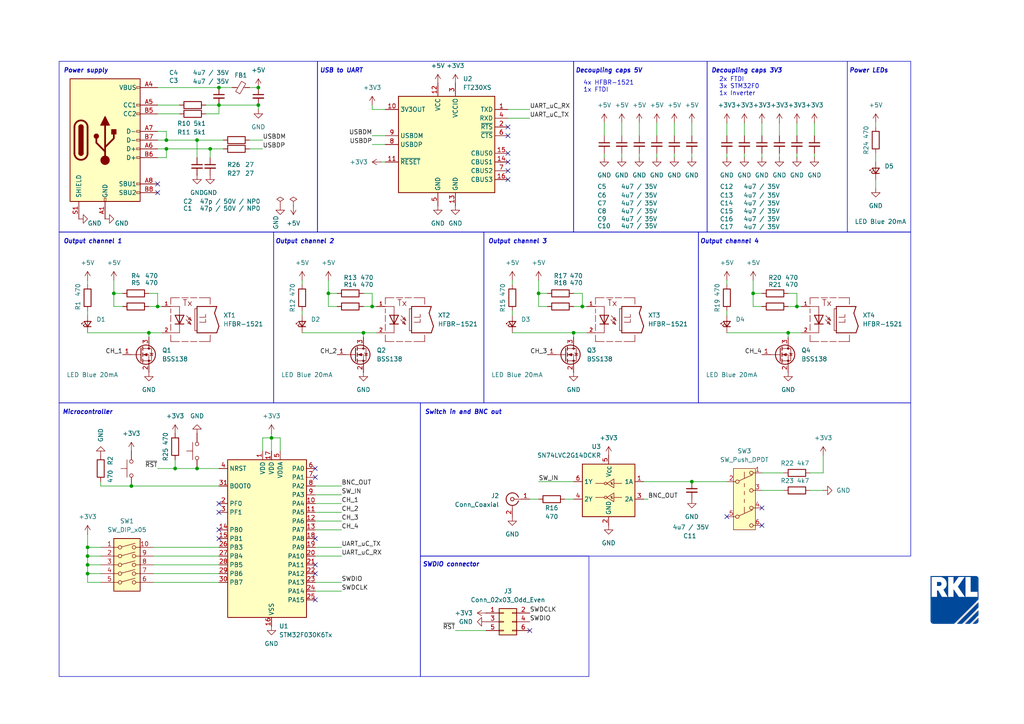
<source format=kicad_sch>
(kicad_sch (version 20231120) (generator "eeschema") (generator_version "8.0")
  (paper "A4")
  (title_block (title "Fiber optic signal doubler and oscilloscope trigger") (date "2024-07-19") (rev "V1.0") (company "Rostocker Kompetenzzentrum für Leistungselektronik GmbH") (comment 1 "Reviewer: Till-Mathis Plötz") (comment 2 "Editor: Jan Fuhrmann"))
  (junction (at 218.44 85.09))
  (junction (at 48.26 40.64))
  (junction (at 25.4 163.83))
  (junction (at 57.15 40.64))
  (junction (at 107.95 88.9))
  (junction (at 74.93 25.4))
  (junction (at 25.4 166.37))
  (junction (at 50.8 135.89))
  (junction (at 43.18 96.52))
  (junction (at 95.25 85.09))
  (junction (at 38.1 140.97))
  (junction (at 25.4 161.29))
  (junction (at 200.66 139.7))
  (junction (at 63.5 30.48))
  (junction (at 166.37 96.52))
  (junction (at 105.41 96.52))
  (junction (at 156.21 85.09))
  (junction (at 33.02 85.09))
  (junction (at 63.5 25.4))
  (junction (at 48.26 43.18))
  (junction (at 228.6 96.52))
  (junction (at 168.91 88.9))
  (junction (at 45.72 88.9))
  (junction (at 60.96 43.18))
  (junction (at 74.93 30.48))
  (junction (at 231.14 88.9))
  (junction (at 57.15 135.89))
  (junction (at 25.4 158.75))
  (junction (at 78.74 127))
  (no_connect (at 63.5 148.59))
  (no_connect (at 153.67 182.88))
  (no_connect (at 91.44 135.89))
  (no_connect (at 210.82 149.86))
  (no_connect (at 45.72 53.34))
  (no_connect (at 147.32 39.37))
  (no_connect (at 63.5 153.67))
  (no_connect (at 91.44 156.21))
  (no_connect (at 45.72 55.88))
  (no_connect (at 91.44 138.43))
  (no_connect (at 147.32 46.99))
  (no_connect (at 91.44 166.37))
  (no_connect (at 220.98 152.4))
  (no_connect (at 147.32 36.83))
  (no_connect (at 91.44 163.83))
  (no_connect (at 147.32 44.45))
  (no_connect (at 147.32 49.53))
  (no_connect (at 63.5 146.05))
  (no_connect (at 220.98 147.32))
  (no_connect (at 63.5 156.21))
  (no_connect (at 147.32 52.07))
  (no_connect (at 91.44 173.99))
  (wire (pts (xy 254 52.07) (xy 254 54.61)))
  (wire (pts (xy 95.25 85.09) (xy 95.25 81.28)))
  (wire (pts (xy 25.4 96.52) (xy 43.18 96.52)))
  (wire (pts (xy 72.39 43.18) (xy 76.2 43.18)))
  (wire (pts (xy 109.22 96.52) (xy 105.41 96.52)))
  (wire (pts (xy 91.44 161.29) (xy 99.06 161.29)))
  (wire (pts (xy 168.91 88.9) (xy 170.18 88.9)))
  (wire (pts (xy 87.63 90.17) (xy 87.63 91.44)))
  (wire (pts (xy 76.2 127) (xy 76.2 130.81)))
  (wire (pts (xy 45.72 45.72) (xy 48.26 45.72)))
  (wire (pts (xy 166.37 96.52) (xy 166.37 97.79)))
  (wire (pts (xy 111.76 31.75) (xy 107.95 31.75)))
  (wire (pts (xy 45.72 135.89) (xy 50.8 135.89)))
  (wire (pts (xy 48.26 45.72) (xy 48.26 43.18)))
  (wire (pts (xy 35.56 88.9) (xy 33.02 88.9)))
  (wire (pts (xy 234.95 137.16) (xy 238.76 137.16)))
  (wire (pts (xy 218.44 85.09) (xy 218.44 81.28)))
  (wire (pts (xy 195.58 35.56) (xy 195.58 39.37)))
  (wire (pts (xy 186.69 144.78) (xy 187.96 144.78)))
  (wire (pts (xy 105.41 88.9) (xy 107.95 88.9)))
  (wire (pts (xy 210.82 96.52) (xy 228.6 96.52)))
  (wire (pts (xy 148.59 90.17) (xy 148.59 91.44)))
  (wire (pts (xy 91.44 148.59) (xy 99.06 148.59)))
  (wire (pts (xy 220.98 88.9) (xy 218.44 88.9)))
  (wire (pts (xy 156.21 85.09) (xy 158.75 85.09)))
  (wire (pts (xy 91.44 171.45) (xy 99.06 171.45)))
  (wire (pts (xy 107.95 85.09) (xy 107.95 88.9)))
  (wire (pts (xy 107.95 31.75) (xy 107.95 30.48)))
  (wire (pts (xy 25.4 161.29) (xy 25.4 163.83)))
  (wire (pts (xy 76.2 40.64) (xy 72.39 40.64)))
  (wire (pts (xy 44.45 158.75) (xy 63.5 158.75)))
  (wire (pts (xy 210.82 35.56) (xy 210.82 39.37)))
  (wire (pts (xy 238.76 142.24) (xy 234.95 142.24)))
  (wire (pts (xy 236.22 35.56) (xy 236.22 39.37)))
  (wire (pts (xy 45.72 43.18) (xy 48.26 43.18)))
  (wire (pts (xy 231.14 35.56) (xy 231.14 39.37)))
  (wire (pts (xy 158.75 88.9) (xy 156.21 88.9)))
  (wire (pts (xy 180.34 44.45) (xy 180.34 45.72)))
  (wire (pts (xy 57.15 135.89) (xy 63.5 135.89)))
  (wire (pts (xy 48.26 40.64) (xy 57.15 40.64)))
  (wire (pts (xy 48.26 43.18) (xy 60.96 43.18)))
  (wire (pts (xy 43.18 96.52) (xy 43.18 97.79)))
  (wire (pts (xy 210.82 90.17) (xy 210.82 91.44)))
  (wire (pts (xy 25.4 158.75) (xy 29.21 158.75)))
  (wire (pts (xy 231.14 88.9) (xy 232.41 88.9)))
  (wire (pts (xy 45.72 85.09) (xy 45.72 88.9)))
  (wire (pts (xy 33.02 85.09) (xy 33.02 88.9)))
  (wire (pts (xy 57.15 40.64) (xy 64.77 40.64)))
  (wire (pts (xy 50.8 133.35) (xy 50.8 135.89)))
  (wire (pts (xy 236.22 44.45) (xy 236.22 45.72)))
  (wire (pts (xy 231.14 44.45) (xy 231.14 45.72)))
  (wire (pts (xy 147.32 31.75) (xy 153.67 31.75)))
  (wire (pts (xy 228.6 88.9) (xy 231.14 88.9)))
  (wire (pts (xy 168.91 85.09) (xy 168.91 88.9)))
  (wire (pts (xy 107.95 39.37) (xy 111.76 39.37)))
  (wire (pts (xy 45.72 25.4) (xy 63.5 25.4)))
  (wire (pts (xy 227.33 142.24) (xy 220.98 142.24)))
  (wire (pts (xy 166.37 88.9) (xy 168.91 88.9)))
  (wire (pts (xy 25.4 166.37) (xy 25.4 168.91)))
  (wire (pts (xy 91.44 168.91) (xy 99.06 168.91)))
  (wire (pts (xy 91.44 158.75) (xy 99.06 158.75)))
  (wire (pts (xy 29.21 168.91) (xy 25.4 168.91)))
  (wire (pts (xy 254 44.45) (xy 254 46.99)))
  (wire (pts (xy 45.72 33.02) (xy 52.07 33.02)))
  (wire (pts (xy 44.45 161.29) (xy 63.5 161.29)))
  (wire (pts (xy 156.21 139.7) (xy 166.37 139.7)))
  (wire (pts (xy 220.98 137.16) (xy 227.33 137.16)))
  (wire (pts (xy 156.21 144.78) (xy 153.67 144.78)))
  (wire (pts (xy 29.21 140.97) (xy 29.21 139.7)))
  (wire (pts (xy 110.49 46.99) (xy 111.76 46.99)))
  (wire (pts (xy 200.66 44.45) (xy 200.66 45.72)))
  (wire (pts (xy 107.95 88.9) (xy 109.22 88.9)))
  (wire (pts (xy 228.6 96.52) (xy 228.6 97.79)))
  (wire (pts (xy 147.32 34.29) (xy 153.67 34.29)))
  (wire (pts (xy 48.26 38.1) (xy 48.26 40.64)))
  (wire (pts (xy 226.06 44.45) (xy 226.06 45.72)))
  (wire (pts (xy 25.4 90.17) (xy 25.4 91.44)))
  (wire (pts (xy 97.79 88.9) (xy 95.25 88.9)))
  (wire (pts (xy 44.45 168.91) (xy 63.5 168.91)))
  (wire (pts (xy 50.8 135.89) (xy 57.15 135.89)))
  (wire (pts (xy 228.6 85.09) (xy 231.14 85.09)))
  (wire (pts (xy 25.4 166.37) (xy 29.21 166.37)))
  (wire (pts (xy 60.96 43.18) (xy 64.77 43.18)))
  (wire (pts (xy 215.9 44.45) (xy 215.9 45.72)))
  (wire (pts (xy 44.45 163.83) (xy 63.5 163.83)))
  (wire (pts (xy 195.58 44.45) (xy 195.58 45.72)))
  (wire (pts (xy 210.82 81.28) (xy 210.82 82.55)))
  (wire (pts (xy 78.74 127) (xy 76.2 127)))
  (wire (pts (xy 105.41 85.09) (xy 107.95 85.09)))
  (wire (pts (xy 166.37 85.09) (xy 168.91 85.09)))
  (wire (pts (xy 78.74 125.73) (xy 78.74 127)))
  (wire (pts (xy 132.08 182.88) (xy 140.97 182.88)))
  (wire (pts (xy 107.95 41.91) (xy 111.76 41.91)))
  (wire (pts (xy 45.72 38.1) (xy 48.26 38.1)))
  (wire (pts (xy 87.63 96.52) (xy 105.41 96.52)))
  (wire (pts (xy 57.15 40.64) (xy 57.15 45.72)))
  (wire (pts (xy 231.14 85.09) (xy 231.14 88.9)))
  (wire (pts (xy 232.41 96.52) (xy 228.6 96.52)))
  (wire (pts (xy 185.42 44.45) (xy 185.42 45.72)))
  (wire (pts (xy 43.18 88.9) (xy 45.72 88.9)))
  (wire (pts (xy 148.59 96.52) (xy 166.37 96.52)))
  (wire (pts (xy 81.28 130.81) (xy 81.28 127)))
  (wire (pts (xy 220.98 35.56) (xy 220.98 39.37)))
  (wire (pts (xy 99.06 146.05) (xy 91.44 146.05)))
  (wire (pts (xy 156.21 81.28) (xy 156.21 85.09)))
  (wire (pts (xy 218.44 85.09) (xy 220.98 85.09)))
  (wire (pts (xy 148.59 81.28) (xy 148.59 82.55)))
  (wire (pts (xy 185.42 35.56) (xy 185.42 39.37)))
  (wire (pts (xy 87.63 81.28) (xy 87.63 82.55)))
  (wire (pts (xy 25.4 81.28) (xy 25.4 82.55)))
  (wire (pts (xy 95.25 85.09) (xy 97.79 85.09)))
  (wire (pts (xy 91.44 153.67) (xy 99.06 153.67)))
  (wire (pts (xy 91.44 151.13) (xy 99.06 151.13)))
  (wire (pts (xy 190.5 44.45) (xy 190.5 45.72)))
  (wire (pts (xy 95.25 88.9) (xy 95.25 85.09)))
  (wire (pts (xy 60.96 43.18) (xy 60.96 45.72)))
  (wire (pts (xy 218.44 88.9) (xy 218.44 85.09)))
  (wire (pts (xy 25.4 161.29) (xy 29.21 161.29)))
  (wire (pts (xy 63.5 33.02) (xy 63.5 30.48)))
  (wire (pts (xy 63.5 30.48) (xy 74.93 30.48)))
  (wire (pts (xy 46.99 96.52) (xy 43.18 96.52)))
  (wire (pts (xy 215.9 35.56) (xy 215.9 39.37)))
  (wire (pts (xy 91.44 143.51) (xy 99.06 143.51)))
  (wire (pts (xy 33.02 85.09) (xy 35.56 85.09)))
  (wire (pts (xy 220.98 44.45) (xy 220.98 45.72)))
  (wire (pts (xy 254 35.56) (xy 254 36.83)))
  (wire (pts (xy 175.26 44.45) (xy 175.26 45.72)))
  (wire (pts (xy 78.74 127) (xy 78.74 130.81)))
  (wire (pts (xy 25.4 163.83) (xy 25.4 166.37)))
  (wire (pts (xy 72.39 25.4) (xy 74.93 25.4)))
  (wire (pts (xy 43.18 85.09) (xy 45.72 85.09)))
  (wire (pts (xy 226.06 35.56) (xy 226.06 39.37)))
  (wire (pts (xy 44.45 166.37) (xy 63.5 166.37)))
  (wire (pts (xy 25.4 163.83) (xy 29.21 163.83)))
  (wire (pts (xy 29.21 140.97) (xy 38.1 140.97)))
  (wire (pts (xy 74.93 30.48) (xy 74.93 31.75)))
  (wire (pts (xy 63.5 25.4) (xy 67.31 25.4)))
  (wire (pts (xy 175.26 35.56) (xy 175.26 39.37)))
  (wire (pts (xy 200.66 139.7) (xy 210.82 139.7)))
  (wire (pts (xy 78.74 127) (xy 81.28 127)))
  (wire (pts (xy 38.1 140.97) (xy 63.5 140.97)))
  (wire (pts (xy 25.4 158.75) (xy 25.4 161.29)))
  (wire (pts (xy 238.76 137.16) (xy 238.76 132.08)))
  (wire (pts (xy 59.69 30.48) (xy 63.5 30.48)))
  (wire (pts (xy 200.66 35.56) (xy 200.66 39.37)))
  (wire (pts (xy 59.69 33.02) (xy 63.5 33.02)))
  (wire (pts (xy 105.41 96.52) (xy 105.41 97.79)))
  (wire (pts (xy 156.21 85.09) (xy 156.21 88.9)))
  (wire (pts (xy 45.72 30.48) (xy 52.07 30.48)))
  (wire (pts (xy 25.4 154.94) (xy 25.4 158.75)))
  (wire (pts (xy 45.72 88.9) (xy 46.99 88.9)))
  (wire (pts (xy 186.69 139.7) (xy 200.66 139.7)))
  (wire (pts (xy 45.72 40.64) (xy 48.26 40.64)))
  (wire (pts (xy 210.82 44.45) (xy 210.82 45.72)))
  (wire (pts (xy 91.44 140.97) (xy 99.06 140.97)))
  (wire (pts (xy 190.5 35.56) (xy 190.5 39.37)))
  (wire (pts (xy 163.83 144.78) (xy 166.37 144.78)))
  (wire (pts (xy 170.18 96.52) (xy 166.37 96.52)))
  (wire (pts (xy 180.34 35.56) (xy 180.34 39.37)))
  (wire (pts (xy 33.02 81.28) (xy 33.02 85.09)))
  (rectangle (start 166.37 17.78) (end 205.105 67.31))
  (rectangle (start 121.92 116.84) (end 264.16 161.29))
  (rectangle (start 79.375 67.31) (end 140.335 116.84))
  (rectangle (start 121.92 161.29) (end 170.815 196.215))
  (rectangle (start 17.145 116.84) (end 121.92 196.215))
  (rectangle (start 92.075 17.78) (end 166.37 67.31))
  (rectangle (start 245.745 17.78) (end 264.16 67.31))
  (rectangle (start 202.565 67.31) (end 264.16 116.84))
  (rectangle (start 17.145 67.31) (end 79.375 116.84))
  (rectangle (start 140.335 67.31) (end 202.565 116.84))
  (rectangle (start 205.105 17.78) (end 245.745 67.31))
  (rectangle (start 17.145 17.78) (end 92.075 67.31))
  (image (at 276.86 173.99) (scale 0.140351))
  (text "Power supply" (at 24.892 20.574 0) (effects (font (size 1.27 1.27) (thickness 0.254) (bold yes) (italic yes))))
  (text "4x HFBR-1521\n1x FTDI" (at 169.164 25.146 0) (effects (font (size 1.27 1.27)) (justify left)))
  (text "Output channel 4" (at 211.582 70.104 0) (effects (font (size 1.27 1.27) (thickness 0.254) (bold yes) (italic yes))))
  (text "Output channel 1" (at 26.924 70.104 0) (effects (font (size 1.27 1.27) (thickness 0.254) (bold yes) (italic yes))))
  (text "Switch in and BNC out" (at 134.366 119.634 0) (effects (font (size 1.27 1.27) (thickness 0.254) (bold yes) (italic yes))))
  (text "Output channel 3" (at 150.114 70.104 0) (effects (font (size 1.27 1.27) (thickness 0.254) (bold yes) (italic yes))))
  (text "Decoupling caps 3V3" (at 206.248 20.574 0) (effects (font (size 1.27 1.27) (thickness 0.254) (bold yes) (italic yes)) (justify left)))
  (text "SWDIO connector" (at 130.81 163.83 0) (effects (font (size 1.27 1.27) (thickness 0.254) (bold yes) (italic yes))))
  (text "Output channel 2" (at 88.392 70.104 0) (effects (font (size 1.27 1.27) (thickness 0.254) (bold yes) (italic yes))))
  (text "USB to UART" (at 92.71 20.574 0) (effects (font (size 1.27 1.27) (thickness 0.254) (bold yes) (italic yes)) (justify left)))
  (text "Microcontroller" (at 25.4 119.634 0) (effects (font (size 1.27 1.27) (thickness 0.254) (bold yes) (italic yes))))
  (text "Power LEDs" (at 251.968 20.574 0) (effects (font (size 1.27 1.27) (thickness 0.254) (bold yes) (italic yes))))
  (text "2x FTDI\n3x STM32F0\n1x Inverter" (at 208.534 25.146 0) (effects (font (size 1.27 1.27)) (justify left)))
  (text "Decoupling caps 5V" (at 166.878 20.574 0) (effects (font (size 1.27 1.27) (thickness 0.254) (bold yes) (italic yes)) (justify left)))
  (label "CH_1" (at 35.56 102.87 180))
  (label "SW_IN" (at 156.21 139.7 0))
  (label "CH_3" (at 99.06 151.13 0))
  (label "SWDIO" (at 153.67 180.34 0))
  (label "~{RST}" (at 132.08 182.88 180))
  (label "USBDM" (at 76.2 40.64 0))
  (label "SW_IN" (at 99.06 143.51 0))
  (label "SWDIO" (at 99.06 168.91 0))
  (label "CH_3" (at 158.75 102.87 180))
  (label "CH_2" (at 99.06 148.59 0))
  (label "SWDCLK" (at 153.67 177.8 0))
  (label "USBDP" (at 76.2 43.18 0))
  (label "SWDCLK" (at 99.06 171.45 0))
  (label "BNC_OUT" (at 187.96 144.78 0))
  (label "CH_4" (at 99.06 153.67 0))
  (label "USBDP" (at 107.95 41.91 180))
  (label "CH_1" (at 99.06 146.05 0))
  (label "UART_uC_RX" (at 99.06 161.29 0))
  (label "UART_uC_TX" (at 99.06 158.75 0))
  (label "CH_4" (at 220.98 102.87 180))
  (label "USBDM" (at 107.95 39.37 180))
  (label "~{RST}" (at 45.72 135.89 180))
  (label "UART_uC_RX" (at 153.67 31.75 0))
  (label "CH_2" (at 97.79 102.87 180))
  (label "UART_uC_TX" (at 153.67 34.29 0))
  (label "BNC_OUT" (at 99.06 140.97 0))
  (symbol (lib_id "power:GND") (at 175.26 45.72 0) (unit 1)
    (property "Reference" "#PWR030" (effects (hide yes)))
    (property "Value" "GND" (at 175.26 50.8 0))
    (property "Description" "Power symbol creates a global label with name \"GND\" , ground" (effects (hide yes)))
  )
  (symbol (lib_id "power:GND") (at 180.34 45.72 0) (unit 1)
    (property "Reference" "#PWR034" (effects (hide yes)))
    (property "Value" "GND" (at 180.34 50.8 0))
    (property "Description" "Power symbol creates a global label with name \"GND\" , ground" (effects (hide yes)))
  )
  (symbol (lib_id "power:GND") (at 29.21 132.08 180) (unit 1)
    (property "Reference" "#PWR03" (effects (hide yes)))
    (property "Value" "GND" (at 29.2101 128.27 90) (effects (justify right)))
    (property "Description" "Power symbol creates a global label with name \"GND\" , ground" (effects (hide yes)))
  )
  (symbol (lib_id "power:+5V") (at 254 35.56 0) (unit 1)
    (property "Reference" "#PWR059" (effects (hide yes)))
    (property "Value" "+5V" (at 254 30.48 0))
    (property "Description" "Power symbol creates a global label with name \"+5V\"" (effects (hide yes)))
  )
  (symbol (lib_id "power:+3V3") (at 176.53 132.08 0) (unit 1)
    (property "Reference" "#PWR031" (effects (hide yes)))
    (property "Value" "+3V3" (at 176.53 127 0))
    (property "Description" "Power symbol creates a global label with name \"+3V3\"" (effects (hide yes)))
  )
  (symbol (lib_id "Device:C_Small") (at 200.66 142.24 0) (unit 1)
    (property "Reference" "C11" (at 198.12 155.448 0) (effects (justify left)))
    (property "Value" "4u7 / 35V" (at 195.072 152.908 0) (effects (justify left)))
    (property "Footprint" "Capacitor_SMD:C_0603_1608Metric" (effects (hide yes)))
    (property "Description" "Unpolarized capacitor, small symbol" (effects (hide yes)))
    (property "LCSC" "C307467" (effects (hide yes)))
  )
  (symbol (lib_id "power:GND") (at 238.76 142.24 90) (unit 1)
    (property "Reference" "#PWR058" (effects (hide yes)))
    (property "Value" "GND" (at 242.57 142.2399 90) (effects (justify right)))
    (property "Description" "Power symbol creates a global label with name \"GND\" , ground" (effects (hide yes)))
  )
  (symbol (lib_id "power:GND") (at 185.42 45.72 0) (unit 1)
    (property "Reference" "#PWR036" (effects (hide yes)))
    (property "Value" "GND" (at 185.42 50.8 0))
    (property "Description" "Power symbol creates a global label with name \"GND\" , ground" (effects (hide yes)))
  )
  (symbol (lib_id "Device:R") (at 68.58 40.64 90) (unit 1)
    (property "Reference" "R26" (at 67.818 47.752 90))
    (property "Value" "27" (at 72.39 47.752 90))
    (property "Footprint" "Resistor_SMD:R_0603_1608Metric" (effects (hide yes)))
    (property "Description" "Resistor" (effects (hide yes)))
    (property "LCSC" "C25190" (effects (hide yes)))
  )
  (symbol (lib_id "power:GND") (at 236.22 45.72 0) (unit 1)
    (property "Reference" "#PWR062" (effects (hide yes)))
    (property "Value" "GND" (at 236.22 50.8 0))
    (property "Description" "Power symbol creates a global label with name \"GND\" , ground" (effects (hide yes)))
  )
  (symbol (lib_id "power:GND") (at 57.15 50.8 0) (unit 1)
    (property "Reference" "#PWR011" (effects (hide yes)))
    (property "Value" "GND" (at 57.15 55.88 0))
    (property "Description" "Power symbol creates a global label with name \"GND\" , ground" (effects (hide yes)))
  )
  (symbol (lib_id "power:GND") (at 132.08 59.69 0) (unit 1)
    (property "Reference" "#PWR024" (effects (hide yes)))
    (property "Value" "GND" (at 132.08 64.77 0))
    (property "Description" "Power symbol creates a global label with name \"GND\" , ground" (effects (hide yes)))
  )
  (symbol (lib_id "Device:R") (at 39.37 85.09 90) (unit 1)
    (property "Reference" "R4" (at 39.37 80.01 90))
    (property "Value" "470" (at 43.942 80.01 90))
    (property "Footprint" "Resistor_SMD:R_0603_1608Metric" (effects (hide yes)))
    (property "Description" "Resistor" (effects (hide yes)))
    (property "LCSC" "C384220" (effects (hide yes)))
  )
  (symbol (lib_id "Device:C_Small") (at 63.5 27.94 0) (unit 1)
    (property "Reference" "C3" (at 49.022 23.368 0) (effects (justify left)))
    (property "Value" "4u7 / 35V" (at 55.88 23.622 0) (effects (justify left)))
    (property "Footprint" "Capacitor_SMD:C_0603_1608Metric" (effects (hide yes)))
    (property "Description" "Unpolarized capacitor, small symbol" (effects (hide yes)))
    (property "LCSC" "C307467" (effects (hide yes)))
  )
  (symbol (lib_id "power:GND") (at 22.86 63.5 90) (unit 1)
    (property "Reference" "#PWR04" (effects (hide yes)))
    (property "Value" "GND" (at 25.4 64.77 90) (effects (justify right)))
    (property "Description" "Power symbol creates a global label with name \"GND\" , ground" (effects (hide yes)))
  )
  (symbol (lib_id "power:PWR_FLAG") (at 85.09 59.69 0) (unit 1)
    (property "Reference" "#FLG02" (effects (hide yes)))
    (property "Value" "PWR_FLAG" (effects (hide yes)))
    (property "Description" "Special symbol for telling ERC where power comes from" (effects (hide yes)))
  )
  (symbol (lib_id "Device:R") (at 55.88 33.02 90) (unit 1)
    (property "Reference" "R11" (at 53.34 38.354 90))
    (property "Value" "5k1" (at 57.912 38.354 90))
    (property "Footprint" "Resistor_SMD:R_0603_1608Metric" (effects (hide yes)))
    (property "Description" "Resistor" (effects (hide yes)))
    (property "LCSC" "C23186" (effects (hide yes)))
  )
  (symbol (lib_id "power:GND") (at 190.5 45.72 0) (unit 1)
    (property "Reference" "#PWR038" (effects (hide yes)))
    (property "Value" "GND" (at 190.5 50.8 0))
    (property "Description" "Power symbol creates a global label with name \"GND\" , ground" (effects (hide yes)))
  )
  (symbol (lib_id "Device:R") (at 160.02 144.78 270) (mirror x) (unit 1)
    (property "Reference" "R16" (at 160.02 147.32 90))
    (property "Value" "470" (at 160.02 149.86 90))
    (property "Footprint" "Resistor_SMD:R_0603_1608Metric" (effects (hide yes)))
    (property "Description" "Resistor" (effects (hide yes)))
    (property "LCSC" "C384220" (effects (hide yes)))
  )
  (symbol (lib_id "Device:R") (at 162.56 85.09 90) (unit 1)
    (property "Reference" "R17" (at 162.56 80.01 90))
    (property "Value" "470" (at 167.132 80.01 90))
    (property "Footprint" "Resistor_SMD:R_0603_1608Metric" (effects (hide yes)))
    (property "Description" "Resistor" (effects (hide yes)))
    (property "LCSC" "C384220" (effects (hide yes)))
  )
  (symbol (lib_id "power:GND") (at 254 54.61 0) (unit 1)
    (property "Reference" "#PWR060" (effects (hide yes)))
    (property "Value" "GND" (at 254 59.69 0))
    (property "Description" "Power symbol creates a global label with name \"GND\" , ground" (effects (hide yes)))
  )
  (symbol (lib_id "Device:R") (at 101.6 85.09 90) (unit 1)
    (property "Reference" "R13" (at 101.6 80.518 90))
    (property "Value" "470" (at 106.426 80.518 90))
    (property "Footprint" "Resistor_SMD:R_0603_1608Metric" (effects (hide yes)))
    (property "Description" "Resistor" (effects (hide yes)))
    (property "LCSC" "C384220" (effects (hide yes)))
  )
  (symbol (lib_id "power:+3V3") (at 78.74 125.73 0) (unit 1)
    (property "Reference" "#PWR013" (effects (hide yes)))
    (property "Value" "+3V3" (at 78.74 120.65 0))
    (property "Description" "Power symbol creates a global label with name \"+3V3\"" (effects (hide yes)))
  )
  (symbol (lib_id "power:+3V3") (at 50.8 125.73 0) (unit 1)
    (property "Reference" "#PWR065" (effects (hide yes)))
    (property "Value" "+3V3" (at 50.8 120.65 0))
    (property "Description" "Power symbol creates a global label with name \"+3V3\"" (effects (hide yes)))
  )
  (symbol (lib_id "power:GND") (at 220.98 45.72 0) (unit 1)
    (property "Reference" "#PWR051" (effects (hide yes)))
    (property "Value" "GND" (at 220.98 50.8 0))
    (property "Description" "Power symbol creates a global label with name \"GND\" , ground" (effects (hide yes)))
  )
  (symbol (lib_id "HFBR1521:HFBR-1521") (at 114.3 93.98 0) (mirror y) (unit 1)
    (property "Reference" "XT2" (at 127 91.4399 0) (effects (justify right)))
    (property "Value" "HFBR-1521" (at 127 93.9799 0) (effects (justify right)))
    (property "Footprint" "JaFu_Lib:HFBR-252x" (effects (hide yes)))
    (property "MF" "Broadcom / Avago" (effects (hide yes)))
    (property "Description_1" "\nHFBR-1521Z, HFBR-2521Z Fiber Optics Interface Evaluation Board\n" (effects (hide yes)))
    (property "Package" "None" (effects (hide yes)))
    (property "MPN" "HFBR-1521" (effects (hide yes)))
    (property "Price" "None" (effects (hide yes)))
    (property "OC_FARNELL" "1173128" (effects (hide yes)))
    (property "SnapEDA_Link" "https://www.snapeda.com/parts/HFBR-1521/Avago/view-part/?ref=snap" (effects (hide yes)))
    (property "MP" "HFBR-1521" (effects (hide yes)))
    (property "OC_NEWARK" "06F6050" (effects (hide yes)))
    (property "Availability" "In Stock" (effects (hide yes)))
    (property "Check_prices" "https://www.snapeda.com/parts/HFBR-1521/Avago/view-part/?ref=eda" (effects (hide yes)))
    (property "LCSC" "C188712" (effects (hide yes)))
  )
  (symbol (lib_id "Device:C_Small") (at 57.15 48.26 0) (unit 1)
    (property "Reference" "C1" (at 53.086 60.452 0) (effects (justify left)))
    (property "Value" "47p / 50V / NP0" (at 57.912 60.452 0) (effects (justify left)))
    (property "Footprint" "Capacitor_SMD:C_0603_1608Metric" (effects (hide yes)))
    (property "Description" "Unpolarized capacitor, small symbol" (effects (hide yes)))
    (property "LCSC" "C105622" (effects (hide yes)))
  )
  (symbol (lib_id "Transistor_FET:BSS138") (at 40.64 102.87 0) (unit 1)
    (property "Reference" "Q1" (at 46.99 101.5999 0) (effects (justify left)))
    (property "Value" "BSS138" (at 46.99 104.1399 0) (effects (justify left)))
    (property "Footprint" "Package_TO_SOT_SMD:SOT-23" (effects (hide yes)))
    (property "Datasheet" "https://www.onsemi.com/pub/Collateral/BSS138-D.PDF" (effects (hide yes)))
    (property "Description" "50V Vds, 0.22A Id, N-Channel MOSFET, SOT-23" (effects (hide yes)))
    (property "LCSC" "C7420339" (effects (hide yes)))
  )
  (symbol (lib_id "power:GND") (at 215.9 45.72 0) (unit 1)
    (property "Reference" "#PWR049" (effects (hide yes)))
    (property "Value" "GND" (at 215.9 50.8 0))
    (property "Description" "Power symbol creates a global label with name \"GND\" , ground" (effects (hide yes)))
  )
  (symbol (lib_id "Interface_USB:FT230XS") (at 129.54 41.91 0) (unit 1)
    (property "Reference" "U2" (at 134.2741 22.86 0) (effects (justify left)))
    (property "Value" "FT230XS" (at 134.2741 25.4 0) (effects (justify left)))
    (property "Footprint" "Package_SO:SSOP-16_3.9x4.9mm_P0.635mm" (effects (hide yes)))
    (property "Datasheet" "https://www.ftdichip.com/Support/Documents/DataSheets/ICs/DS_FT230X.pdf" (effects (hide yes)))
    (property "Description" "Full Speed USB to Basic UART, SSOP-16" (effects (hide yes)))
    (property "LCSC" "C69082" (effects (hide yes)))
  )
  (symbol (lib_id "power:+3V3") (at 226.06 35.56 0) (unit 1)
    (property "Reference" "#PWR053" (effects (hide yes)))
    (property "Value" "+3V3" (at 226.06 30.48 0))
    (property "Description" "Power symbol creates a global label with name \"+3V3\"" (effects (hide yes)))
  )
  (symbol (lib_id "power:+5V") (at 87.63 81.28 0) (unit 1)
    (property "Reference" "#PWR016" (effects (hide yes)))
    (property "Value" "+5V" (at 87.63 76.2 0))
    (property "Description" "Power symbol creates a global label with name \"+5V\"" (effects (hide yes)))
  )
  (symbol (lib_id "power:GND") (at 105.41 107.95 0) (unit 1)
    (property "Reference" "#PWR020" (effects (hide yes)))
    (property "Value" "GND" (at 105.41 113.03 0))
    (property "Description" "Power symbol creates a global label with name \"GND\" , ground" (effects (hide yes)))
  )
  (symbol (lib_id "power:+5V") (at 156.21 81.28 0) (unit 1)
    (property "Reference" "#PWR027" (effects (hide yes)))
    (property "Value" "+5V" (at 156.21 76.2 0))
    (property "Description" "Power symbol creates a global label with name \"+5V\"" (effects (hide yes)))
  )
  (symbol (lib_id "power:+3V3") (at 38.1 130.81 0) (unit 1)
    (property "Reference" "#PWR06" (effects (hide yes)))
    (property "Value" "+3V3" (at 38.1 125.73 0))
    (property "Description" "Power symbol creates a global label with name \"+3V3\"" (effects (hide yes)))
  )
  (symbol (lib_id "power:+3V3") (at 215.9 35.56 0) (unit 1)
    (property "Reference" "#PWR048" (effects (hide yes)))
    (property "Value" "+3V3" (at 215.9 30.48 0))
    (property "Description" "Power symbol creates a global label with name \"+3V3\"" (effects (hide yes)))
  )
  (symbol (lib_id "Device:R") (at 224.79 85.09 90) (unit 1)
    (property "Reference" "R20" (at 224.79 80.518 90))
    (property "Value" "470" (at 229.616 80.518 90))
    (property "Footprint" "Resistor_SMD:R_0603_1608Metric" (effects (hide yes)))
    (property "Description" "Resistor" (effects (hide yes)))
    (property "LCSC" "C384220" (effects (hide yes)))
  )
  (symbol (lib_id "Device:R") (at 50.8 129.54 180) (unit 1)
    (property "Reference" "R25" (at 48.006 131.826 90))
    (property "Value" "470" (at 48.006 127.254 90))
    (property "Footprint" "Resistor_SMD:R_0603_1608Metric" (effects (hide yes)))
    (property "Description" "Resistor" (effects (hide yes)))
    (property "LCSC" "C384220" (effects (hide yes)))
  )
  (symbol (lib_id "Device:C_Small") (at 200.66 41.91 0) (unit 1)
    (property "Reference" "C10" (at 173.228 65.532 0) (effects (justify left)))
    (property "Value" "4u7 / 35V" (at 180.086 65.532 0) (effects (justify left)))
    (property "Footprint" "Capacitor_SMD:C_0603_1608Metric" (effects (hide yes)))
    (property "Description" "Unpolarized capacitor, small symbol" (effects (hide yes)))
    (property "LCSC" "C307467" (effects (hide yes)))
  )
  (symbol (lib_id "power:GND") (at 200.66 144.78 0) (unit 1)
    (property "Reference" "#PWR043" (effects (hide yes)))
    (property "Value" "GND" (at 200.66 149.86 0))
    (property "Description" "Power symbol creates a global label with name \"GND\" , ground" (effects (hide yes)))
  )
  (symbol (lib_id "power:+5V") (at 185.42 35.56 0) (unit 1)
    (property "Reference" "#PWR035" (effects (hide yes)))
    (property "Value" "+5V" (at 185.42 30.48 0))
    (property "Description" "Power symbol creates a global label with name \"+5V\"" (effects (hide yes)))
  )
  (symbol (lib_id "Switch:SW_Push") (at 38.1 135.89 90) (unit 1)
    (property "Reference" "SW2" (effects (hide yes)))
    (property "Value" "SW_Push" (effects (hide yes)))
    (property "Footprint" "Button_Switch_SMD:SW_Push_1P1T_NO_CK_KMR2" (effects (hide yes)))
    (property "Description" "Push button switch, generic, two pins" (effects (hide yes)))
    (property "LCSC" "C221680" (effects (hide yes)))
  )
  (symbol (lib_id "Device:LED_Small") (at 210.82 93.98 90) (unit 1)
    (property "Reference" "D4" (at 213.36 92.6464 90) (effects (justify right)))
    (property "Value" "LED Blue 20mA" (at 204.724 108.712 90) (effects (justify right)))
    (property "Footprint" "LED_SMD:LED_0603_1608Metric" (effects (hide yes)))
    (property "Description" "Light emitting diode, small symbol" (effects (hide yes)))
    (property "LCSC" "C965807 " (effects (hide yes)))
  )
  (symbol (lib_id "power:GND") (at 74.93 31.75 0) (unit 1)
    (property "Reference" "#PWR010" (effects (hide yes)))
    (property "Value" "GND" (at 74.93 36.83 0))
    (property "Description" "Power symbol creates a global label with name \"GND\" , ground" (effects (hide yes)))
  )
  (symbol (lib_id "power:+3V3") (at 132.08 24.13 0) (unit 1)
    (property "Reference" "#PWR023" (effects (hide yes)))
    (property "Value" "+3V3" (at 132.08 19.05 0))
    (property "Description" "Power symbol creates a global label with name \"+3V3\"" (effects (hide yes)))
  )
  (symbol (lib_id "power:GND") (at 57.15 125.73 180) (unit 1)
    (property "Reference" "#PWR066" (effects (hide yes)))
    (property "Value" "GND" (at 57.15 120.65 0))
    (property "Description" "Power symbol creates a global label with name \"GND\" , ground" (effects (hide yes)))
  )
  (symbol (lib_id "Transistor_FET:BSS138") (at 102.87 102.87 0) (unit 1)
    (property "Reference" "Q2" (at 109.22 101.5999 0) (effects (justify left)))
    (property "Value" "BSS138" (at 109.22 104.1399 0) (effects (justify left)))
    (property "Footprint" "Package_TO_SOT_SMD:SOT-23" (effects (hide yes)))
    (property "Datasheet" "https://www.onsemi.com/pub/Collateral/BSS138-D.PDF" (effects (hide yes)))
    (property "Description" "50V Vds, 0.22A Id, N-Channel MOSFET, SOT-23" (effects (hide yes)))
    (property "LCSC" "C7420339" (effects (hide yes)))
  )
  (symbol (lib_id "power:GND") (at 166.37 107.95 0) (unit 1)
    (property "Reference" "#PWR028" (effects (hide yes)))
    (property "Value" "GND" (at 166.37 113.03 0))
    (property "Description" "Power symbol creates a global label with name \"GND\" , ground" (effects (hide yes)))
  )
  (symbol (lib_id "power:+5V") (at 210.82 81.28 0) (unit 1)
    (property "Reference" "#PWR044" (effects (hide yes)))
    (property "Value" "+5V" (at 210.82 76.2 0))
    (property "Description" "Power symbol creates a global label with name \"+5V\"" (effects (hide yes)))
  )
  (symbol (lib_id "MCU_ST_STM32F0:STM32F030K6Tx") (at 76.2 156.21 0) (unit 1)
    (property "Reference" "U1" (at 80.9341 181.61 0) (effects (justify left)))
    (property "Value" "STM32F030K6Tx" (at 80.9341 184.15 0) (effects (justify left)))
    (property "Footprint" "Package_QFP:LQFP-32_7x7mm_P0.8mm" (effects (hide yes)))
    (property "Datasheet" "https://www.st.com/resource/en/datasheet/stm32f030k6.pdf" (effects (hide yes)))
    (property "Description" "STMicroelectronics Arm Cortex-M0 MCU, 32KB flash, 4KB RAM, 48 MHz, 2.4-3.6V, 25 GPIO, LQFP32" (effects (hide yes)))
    (property "LCSC" "C46830" (effects (hide yes)))
  )
  (symbol (lib_id "power:GND") (at 228.6 107.95 0) (unit 1)
    (property "Reference" "#PWR052" (effects (hide yes)))
    (property "Value" "GND" (at 228.6 113.03 0))
    (property "Description" "Power symbol creates a global label with name \"GND\" , ground" (effects (hide yes)))
  )
  (symbol (lib_id "power:+5V") (at 74.93 25.4 0) (unit 1)
    (property "Reference" "#PWR015" (effects (hide yes)))
    (property "Value" "+5V" (at 74.93 20.32 0))
    (property "Description" "Power symbol creates a global label with name \"+5V\"" (effects (hide yes)))
  )
  (symbol (lib_id "power:+5V") (at 180.34 35.56 0) (unit 1)
    (property "Reference" "#PWR033" (effects (hide yes)))
    (property "Value" "+5V" (at 180.34 30.48 0))
    (property "Description" "Power symbol creates a global label with name \"+5V\"" (effects (hide yes)))
  )
  (symbol (lib_id "Device:LED_Small") (at 148.59 93.98 90) (unit 1)
    (property "Reference" "D3" (at 151.13 92.6464 90) (effects (justify right)))
    (property "Value" "LED Blue 20mA" (at 142.494 108.712 90) (effects (justify right)))
    (property "Footprint" "LED_SMD:LED_0603_1608Metric" (effects (hide yes)))
    (property "Description" "Light emitting diode, small symbol" (effects (hide yes)))
    (property "LCSC" "C965807 " (effects (hide yes)))
  )
  (symbol (lib_id "power:+5V") (at 218.44 81.28 0) (unit 1)
    (property "Reference" "#PWR047" (effects (hide yes)))
    (property "Value" "+5V" (at 218.44 76.2 0))
    (property "Description" "Power symbol creates a global label with name \"+5V\"" (effects (hide yes)))
  )
  (symbol (lib_id "HFBR1521:HFBR-1521") (at 237.49 93.98 0) (mirror y) (unit 1)
    (property "Reference" "XT4" (at 250.19 91.4399 0) (effects (justify right)))
    (property "Value" "HFBR-1521" (at 250.19 93.9799 0) (effects (justify right)))
    (property "Footprint" "JaFu_Lib:HFBR-252x" (effects (hide yes)))
    (property "MF" "Broadcom / Avago" (effects (hide yes)))
    (property "Description_1" "\nHFBR-1521Z, HFBR-2521Z Fiber Optics Interface Evaluation Board\n" (effects (hide yes)))
    (property "Package" "None" (effects (hide yes)))
    (property "MPN" "HFBR-1521" (effects (hide yes)))
    (property "Price" "None" (effects (hide yes)))
    (property "OC_FARNELL" "1173128" (effects (hide yes)))
    (property "SnapEDA_Link" "https://www.snapeda.com/parts/HFBR-1521/Avago/view-part/?ref=snap" (effects (hide yes)))
    (property "MP" "HFBR-1521" (effects (hide yes)))
    (property "OC_NEWARK" "06F6050" (effects (hide yes)))
    (property "Availability" "In Stock" (effects (hide yes)))
    (property "Check_prices" "https://www.snapeda.com/parts/HFBR-1521/Avago/view-part/?ref=eda" (effects (hide yes)))
    (property "LCSC" "C188712" (effects (hide yes)))
  )
  (symbol (lib_id "Device:C_Small") (at 175.26 41.91 0) (unit 1)
    (property "Reference" "C5" (at 173.228 54.102 0) (effects (justify left)))
    (property "Value" "4u7 / 35V" (at 180.086 54.102 0) (effects (justify left)))
    (property "Footprint" "Capacitor_SMD:C_0603_1608Metric" (effects (hide yes)))
    (property "Description" "Unpolarized capacitor, small symbol" (effects (hide yes)))
    (property "LCSC" "C307467" (effects (hide yes)))
  )
  (symbol (lib_id "Device:R") (at 231.14 137.16 90) (unit 1)
    (property "Reference" "R22" (at 228.346 134.366 90))
    (property "Value" "4k7" (at 232.918 134.366 90))
    (property "Footprint" "Resistor_SMD:R_0603_1608Metric" (effects (hide yes)))
    (property "Description" "Resistor" (effects (hide yes)))
    (property "LCSC" "C23162" (effects (hide yes)))
  )
  (symbol (lib_id "Device:C_Small") (at 226.06 41.91 0) (unit 1)
    (property "Reference" "C15" (at 208.788 61.214 0) (effects (justify left)))
    (property "Value" "4u7 / 35V" (at 215.646 61.214 0) (effects (justify left)))
    (property "Footprint" "Capacitor_SMD:C_0603_1608Metric" (effects (hide yes)))
    (property "Description" "Unpolarized capacitor, small symbol" (effects (hide yes)))
    (property "LCSC" "C307467" (effects (hide yes)))
  )
  (symbol (lib_id "Device:R") (at 87.63 86.36 180) (unit 1)
    (property "Reference" "R12" (at 84.836 88.646 90))
    (property "Value" "470" (at 84.836 84.074 90))
    (property "Footprint" "Resistor_SMD:R_0603_1608Metric" (effects (hide yes)))
    (property "Description" "Resistor" (effects (hide yes)))
    (property "LCSC" "C384220" (effects (hide yes)))
  )
  (symbol (lib_id "power:GND") (at 231.14 45.72 0) (unit 1)
    (property "Reference" "#PWR056" (effects (hide yes)))
    (property "Value" "GND" (at 231.14 50.8 0))
    (property "Description" "Power symbol creates a global label with name \"GND\" , ground" (effects (hide yes)))
  )
  (symbol (lib_id "power:GND") (at 226.06 45.72 0) (unit 1)
    (property "Reference" "#PWR054" (effects (hide yes)))
    (property "Value" "GND" (at 226.06 50.8 0))
    (property "Description" "Power symbol creates a global label with name \"GND\" , ground" (effects (hide yes)))
  )
  (symbol (lib_id "power:GND") (at 140.97 180.34 270) (unit 1)
    (property "Reference" "#PWR063" (effects (hide yes)))
    (property "Value" "GND" (at 137.16 180.3399 90) (effects (justify right)))
    (property "Description" "Power symbol creates a global label with name \"GND\" , ground" (effects (hide yes)))
  )
  (symbol (lib_id "Device:LED_Small") (at 254 49.53 90) (unit 1)
    (property "Reference" "D5" (at 256.54 48.1964 90) (effects (justify right)))
    (property "Value" "LED Blue 20mA" (at 247.904 64.262 90) (effects (justify right)))
    (property "Footprint" "LED_SMD:LED_0603_1608Metric" (effects (hide yes)))
    (property "Description" "Light emitting diode, small symbol" (effects (hide yes)))
    (property "LCSC" "C965807 " (effects (hide yes)))
  )
  (symbol (lib_id "74xGxx:SN74LVC2G14DBV") (at 176.53 142.24 0) (mirror y) (unit 1)
    (property "Reference" "U3" (at 174.3359 129.54 0) (effects (justify left)))
    (property "Value" "SN74LVC2G14DCKR" (at 174.3359 132.08 0) (effects (justify left)))
    (property "Footprint" "Package_TO_SOT_SMD:SOT-363_SC-70-6" (effects (hide yes)))
    (property "Datasheet" "https://www.ti.com/lit/ds/symlink/sn74lvc2g14.pdf" (effects (hide yes)))
    (property "Description" "Dual schmitt inverter, VCC from 1.65 to 5.5 V, SOT-23" (effects (hide yes)))
    (property "LCSC" "C37361" (effects (hide yes)))
  )
  (symbol (lib_id "power:+5V") (at 190.5 35.56 0) (unit 1)
    (property "Reference" "#PWR037" (effects (hide yes)))
    (property "Value" "+5V" (at 190.5 30.48 0))
    (property "Description" "Power symbol creates a global label with name \"+5V\"" (effects (hide yes)))
  )
  (symbol (lib_id "Device:R") (at 29.21 135.89 0) (unit 1)
    (property "Reference" "R2" (at 32.004 133.604 90))
    (property "Value" "470" (at 32.004 138.176 90))
    (property "Footprint" "Resistor_SMD:R_0603_1608Metric" (effects (hide yes)))
    (property "Description" "Resistor" (effects (hide yes)))
    (property "LCSC" "C384220" (effects (hide yes)))
  )
  (symbol (lib_id "power:+5V") (at 25.4 81.28 0) (unit 1)
    (property "Reference" "#PWR02" (effects (hide yes)))
    (property "Value" "+5V" (at 25.4 76.2 0))
    (property "Description" "Power symbol creates a global label with name \"+5V\"" (effects (hide yes)))
  )
  (symbol (lib_id "power:GND") (at 81.28 59.69 0) (unit 1)
    (property "Reference" "#PWR067" (effects (hide yes)))
    (property "Value" "GND" (at 80.01 62.484 90) (effects (justify right)))
    (property "Description" "Power symbol creates a global label with name \"GND\" , ground" (effects (hide yes)))
  )
  (symbol (lib_id "Device:LED_Small") (at 87.63 93.98 90) (unit 1)
    (property "Reference" "D2" (at 90.17 92.6464 90) (effects (justify right)))
    (property "Value" "LED Blue 20mA" (at 81.534 108.712 90) (effects (justify right)))
    (property "Footprint" "LED_SMD:LED_0603_1608Metric" (effects (hide yes)))
    (property "Description" "Light emitting diode, small symbol" (effects (hide yes)))
    (property "LCSC" "C965807 " (effects (hide yes)))
  )
  (symbol (lib_id "power:+5V") (at 33.02 81.28 0) (unit 1)
    (property "Reference" "#PWR05" (effects (hide yes)))
    (property "Value" "+5V" (at 33.02 76.2 0))
    (property "Description" "Power symbol creates a global label with name \"+5V\"" (effects (hide yes)))
  )
  (symbol (lib_id "power:+3V3") (at 236.22 35.56 0) (unit 1)
    (property "Reference" "#PWR061" (effects (hide yes)))
    (property "Value" "+3V3" (at 236.22 30.48 0))
    (property "Description" "Power symbol creates a global label with name \"+3V3\"" (effects (hide yes)))
  )
  (symbol (lib_id "Device:R") (at 25.4 86.36 180) (unit 1)
    (property "Reference" "R1" (at 22.606 88.646 90))
    (property "Value" "470" (at 22.606 84.074 90))
    (property "Footprint" "Resistor_SMD:R_0603_1608Metric" (effects (hide yes)))
    (property "Description" "Resistor" (effects (hide yes)))
    (property "LCSC" "C384220" (effects (hide yes)))
  )
  (symbol (lib_id "power:+3V3") (at 220.98 35.56 0) (unit 1)
    (property "Reference" "#PWR050" (effects (hide yes)))
    (property "Value" "+3V3" (at 220.98 30.48 0))
    (property "Description" "Power symbol creates a global label with name \"+3V3\"" (effects (hide yes)))
  )
  (symbol (lib_id "power:+3V3") (at 25.4 154.94 0) (unit 1)
    (property "Reference" "#PWR01" (effects (hide yes)))
    (property "Value" "+3V3" (at 25.4 149.86 0))
    (property "Description" "Power symbol creates a global label with name \"+3V3\"" (effects (hide yes)))
  )
  (symbol (lib_id "Device:LED_Small") (at 25.4 93.98 90) (unit 1)
    (property "Reference" "D1" (at 27.94 92.6464 90) (effects (justify right)))
    (property "Value" "LED Blue 20mA" (at 19.304 108.712 90) (effects (justify right)))
    (property "Footprint" "LED_SMD:LED_0603_1608Metric" (effects (hide yes)))
    (property "Description" "Light emitting diode, small symbol" (effects (hide yes)))
    (property "LCSC" "C965807 " (effects (hide yes)))
  )
  (symbol (lib_id "power:GND") (at 60.96 50.8 0) (unit 1)
    (property "Reference" "#PWR012" (effects (hide yes)))
    (property "Value" "GND" (at 60.96 55.88 0))
    (property "Description" "Power symbol creates a global label with name \"GND\" , ground" (effects (hide yes)))
  )
  (symbol (lib_id "Connector:USB_C_Receptacle_USB2.0_16P") (at 30.48 40.64 0) (unit 1)
    (property "Reference" "J1" (effects (hide yes)))
    (property "Value" "USB_C_Receptacle_USB2.0_16P" (effects (hide yes)))
    (property "Footprint" "Connector_USB:USB_C_Receptacle_G-Switch_GT-USB-7010ASV" (effects (hide yes)))
    (property "Datasheet" "https://www.usb.org/sites/default/files/documents/usb_type-c.zip" (effects (hide yes)))
    (property "Description" "USB 2.0-only 16P Type-C Receptacle connector" (effects (hide yes)))
    (property "LCSC" "C393939" (effects (hide yes)))
  )
  (symbol (lib_id "Transistor_FET:BSS138") (at 226.06 102.87 0) (unit 1)
    (property "Reference" "Q4" (at 232.41 101.5999 0) (effects (justify left)))
    (property "Value" "BSS138" (at 232.41 104.1399 0) (effects (justify left)))
    (property "Footprint" "Package_TO_SOT_SMD:SOT-23" (effects (hide yes)))
    (property "Datasheet" "https://www.onsemi.com/pub/Collateral/BSS138-D.PDF" (effects (hide yes)))
    (property "Description" "50V Vds, 0.22A Id, N-Channel MOSFET, SOT-23" (effects (hide yes)))
    (property "LCSC" "C7420339" (effects (hide yes)))
  )
  (symbol (lib_id "Connector:Conn_Coaxial") (at 148.59 144.78 0) (mirror y) (unit 1)
    (property "Reference" "J2" (at 144.78 143.8031 0) (effects (justify left)))
    (property "Value" "Conn_Coaxial" (at 144.78 146.3431 0) (effects (justify left)))
    (property "Footprint" "Connector_Coaxial:BNC_Amphenol_B6252HB-NPP3G-50_Horizontal" (effects (hide yes)))
    (property "Description" "coaxial connector (BNC, SMA, SMB, SMC, Cinch/RCA, LEMO, ...)" (effects (hide yes)))
    (property "LCSC" "C2837587" (effects (hide yes)))
  )
  (symbol (lib_id "Device:R") (at 210.82 86.36 180) (unit 1)
    (property "Reference" "R19" (at 208.026 88.646 90))
    (property "Value" "470" (at 208.026 84.074 90))
    (property "Footprint" "Resistor_SMD:R_0603_1608Metric" (effects (hide yes)))
    (property "Description" "Resistor" (effects (hide yes)))
    (property "LCSC" "C384220" (effects (hide yes)))
  )
  (symbol (lib_id "power:+5V") (at 127 24.13 0) (unit 1)
    (property "Reference" "#PWR021" (effects (hide yes)))
    (property "Value" "+5V" (at 127 19.05 0))
    (property "Description" "Power symbol creates a global label with name \"+5V\"" (effects (hide yes)))
  )
  (symbol (lib_id "Device:C_Small") (at 195.58 41.91 0) (unit 1)
    (property "Reference" "C9" (at 173.228 63.5 0) (effects (justify left)))
    (property "Value" "4u7 / 35V" (at 180.086 63.5 0) (effects (justify left)))
    (property "Footprint" "Capacitor_SMD:C_0603_1608Metric" (effects (hide yes)))
    (property "Description" "Unpolarized capacitor, small symbol" (effects (hide yes)))
    (property "LCSC" "C307467" (effects (hide yes)))
  )
  (symbol (lib_id "Device:R") (at 55.88 30.48 90) (unit 1)
    (property "Reference" "R10" (at 53.34 35.814 90))
    (property "Value" "5k1" (at 57.912 35.814 90))
    (property "Footprint" "Resistor_SMD:R_0603_1608Metric" (effects (hide yes)))
    (property "Description" "Resistor" (effects (hide yes)))
    (property "LCSC" "C23186" (effects (hide yes)))
  )
  (symbol (lib_id "power:GND") (at 127 59.69 0) (unit 1)
    (property "Reference" "#PWR022" (effects (hide yes)))
    (property "Value" "GND" (at 127 64.77 0))
    (property "Description" "Power symbol creates a global label with name \"GND\" , ground" (effects (hide yes)))
  )
  (symbol (lib_id "power:+5V") (at 148.59 81.28 0) (unit 1)
    (property "Reference" "#PWR025" (effects (hide yes)))
    (property "Value" "+5V" (at 148.59 76.2 0))
    (property "Description" "Power symbol creates a global label with name \"+5V\"" (effects (hide yes)))
  )
  (symbol (lib_id "Device:C_Small") (at 180.34 41.91 0) (unit 1)
    (property "Reference" "C6" (at 173.228 56.642 0) (effects (justify left)))
    (property "Value" "4u7 / 35V" (at 180.086 56.642 0) (effects (justify left)))
    (property "Footprint" "Capacitor_SMD:C_0603_1608Metric" (effects (hide yes)))
    (property "Description" "Unpolarized capacitor, small symbol" (effects (hide yes)))
    (property "LCSC" "C307467" (effects (hide yes)))
  )
  (symbol (lib_id "power:GND") (at 176.53 152.4 0) (unit 1)
    (property "Reference" "#PWR032" (effects (hide yes)))
    (property "Value" "GND" (at 176.53 157.48 0))
    (property "Description" "Power symbol creates a global label with name \"GND\" , ground" (effects (hide yes)))
  )
  (symbol (lib_id "Switch:SW_Push_DPDT") (at 215.9 144.78 0) (unit 1)
    (property "Reference" "SW3" (at 215.9 130.81 0))
    (property "Value" "SW_Push_DPDT" (at 215.9 133.35 0))
    (property "Footprint" "Button_Switch_THT:SW_Push_2P2T_Toggle_CK_PVA2OAH5xxxxxxV2" (effects (hide yes)))
    (property "Description" "Momentary Switch, dual pole double throw" (effects (hide yes)))
    (property "LCSC" "C2848957" (effects (hide yes)))
  )
  (symbol (lib_id "power:+5V") (at 95.25 81.28 0) (unit 1)
    (property "Reference" "#PWR017" (effects (hide yes)))
    (property "Value" "+5V" (at 95.25 76.2 0))
    (property "Description" "Power symbol creates a global label with name \"+5V\"" (effects (hide yes)))
  )
  (symbol (lib_id "power:+3V3") (at 231.14 35.56 0) (unit 1)
    (property "Reference" "#PWR055" (effects (hide yes)))
    (property "Value" "+3V3" (at 231.14 30.48 0))
    (property "Description" "Power symbol creates a global label with name \"+3V3\"" (effects (hide yes)))
  )
  (symbol (lib_id "power:+3V3") (at 140.97 177.8 90) (unit 1)
    (property "Reference" "#PWR064" (effects (hide yes)))
    (property "Value" "+3V3" (at 137.16 177.7999 90) (effects (justify left)))
    (property "Description" "Power symbol creates a global label with name \"+3V3\"" (effects (hide yes)))
  )
  (symbol (lib_id "power:+3V3") (at 238.76 132.08 0) (unit 1)
    (property "Reference" "#PWR057" (effects (hide yes)))
    (property "Value" "+3V3" (at 238.76 127 0))
    (property "Description" "Power symbol creates a global label with name \"+3V3\"" (effects (hide yes)))
  )
  (symbol (lib_id "Device:R") (at 254 40.64 180) (unit 1)
    (property "Reference" "R24" (at 251.206 42.926 90))
    (property "Value" "470" (at 251.206 38.354 90))
    (property "Footprint" "Resistor_SMD:R_0603_1608Metric" (effects (hide yes)))
    (property "Description" "Resistor" (effects (hide yes)))
    (property "LCSC" "C384220" (effects (hide yes)))
  )
  (symbol (lib_id "Device:C_Small") (at 185.42 41.91 0) (unit 1)
    (property "Reference" "C7" (at 173.228 58.928 0) (effects (justify left)))
    (property "Value" "4u7 / 35V" (at 180.086 58.928 0) (effects (justify left)))
    (property "Footprint" "Capacitor_SMD:C_0603_1608Metric" (effects (hide yes)))
    (property "Description" "Unpolarized capacitor, small symbol" (effects (hide yes)))
    (property "LCSC" "C307467" (effects (hide yes)))
  )
  (symbol (lib_id "Device:C_Small") (at 190.5 41.91 0) (unit 1)
    (property "Reference" "C8" (at 173.228 61.214 0) (effects (justify left)))
    (property "Value" "4u7 / 35V" (at 180.086 61.214 0) (effects (justify left)))
    (property "Footprint" "Capacitor_SMD:C_0603_1608Metric" (effects (hide yes)))
    (property "Description" "Unpolarized capacitor, small symbol" (effects (hide yes)))
    (property "LCSC" "C307467" (effects (hide yes)))
  )
  (symbol (lib_id "Device:R") (at 162.56 88.9 90) (unit 1)
    (property "Reference" "R18" (at 162.56 82.042 90))
    (property "Value" "470" (at 167.132 82.042 90))
    (property "Footprint" "Resistor_SMD:R_0603_1608Metric" (effects (hide yes)))
    (property "Description" "Resistor" (effects (hide yes)))
    (property "LCSC" "C384220" (effects (hide yes)))
  )
  (symbol (lib_id "Switch:SW_Push") (at 57.15 130.81 90) (unit 1)
    (property "Reference" "SW4" (effects (hide yes)))
    (property "Value" "SW_Push" (effects (hide yes)))
    (property "Footprint" "Button_Switch_SMD:SW_Push_1P1T_NO_CK_KMR2" (effects (hide yes)))
    (property "Description" "Push button switch, generic, two pins" (effects (hide yes)))
    (property "LCSC" "C221680" (effects (hide yes)))
  )
  (symbol (lib_id "Connector_Generic:Conn_02x03_Odd_Even") (at 146.05 180.34 0) (unit 1)
    (property "Reference" "J3" (at 147.32 171.45 0))
    (property "Value" "Conn_02x03_Odd_Even" (at 147.32 173.99 0))
    (property "Footprint" "Connector_PinHeader_2.54mm:PinHeader_2x03_P2.54mm_Vertical" (effects (hide yes)))
    (property "Description" "Generic connector, double row, 02x03, odd/even pin numbering scheme (row 1 odd numbers, row 2 even numbers), script generated (kicad-library-utils/schlib/autogen/connector/)" (effects (hide yes)))
    (property "LCSC" "C7501274" (effects (hide yes)))
  )
  (symbol (lib_id "power:+3V3") (at 107.95 30.48 0) (unit 1)
    (property "Reference" "#PWR018" (effects (hide yes)))
    (property "Value" "+3V3" (at 107.95 25.4 0))
    (property "Description" "Power symbol creates a global label with name \"+3V3\"" (effects (hide yes)))
  )
  (symbol (lib_id "power:+5V") (at 195.58 35.56 0) (unit 1)
    (property "Reference" "#PWR039" (effects (hide yes)))
    (property "Value" "+5V" (at 195.58 30.48 0))
    (property "Description" "Power symbol creates a global label with name \"+5V\"" (effects (hide yes)))
  )
  (symbol (lib_id "Device:C_Small") (at 220.98 41.91 0) (unit 1)
    (property "Reference" "C14" (at 208.788 58.928 0) (effects (justify left)))
    (property "Value" "4u7 / 35V" (at 215.646 58.928 0) (effects (justify left)))
    (property "Footprint" "Capacitor_SMD:C_0603_1608Metric" (effects (hide yes)))
    (property "Description" "Unpolarized capacitor, small symbol" (effects (hide yes)))
    (property "LCSC" "C307467" (effects (hide yes)))
  )
  (symbol (lib_id "Device:C_Small") (at 74.93 27.94 0) (unit 1)
    (property "Reference" "C4" (at 49.022 21.082 0) (effects (justify left)))
    (property "Value" "4u7 / 35V" (at 55.88 21.082 0) (effects (justify left)))
    (property "Footprint" "Capacitor_SMD:C_0603_1608Metric" (effects (hide yes)))
    (property "Description" "Unpolarized capacitor, small symbol" (effects (hide yes)))
    (property "LCSC" "C307467" (effects (hide yes)))
  )
  (symbol (lib_id "Device:R") (at 68.58 43.18 90) (unit 1)
    (property "Reference" "R27" (at 67.818 50.292 90))
    (property "Value" "27" (at 72.39 50.292 90))
    (property "Footprint" "Resistor_SMD:R_0603_1608Metric" (effects (hide yes)))
    (property "Description" "Resistor" (effects (hide yes)))
    (property "LCSC" "C25190" (effects (hide yes)))
  )
  (symbol (lib_id "Device:C_Small") (at 236.22 41.91 0) (unit 1)
    (property "Reference" "C17" (at 208.788 65.786 0) (effects (justify left)))
    (property "Value" "4u7 / 35V" (at 215.646 65.786 0) (effects (justify left)))
    (property "Footprint" "Capacitor_SMD:C_0603_1608Metric" (effects (hide yes)))
    (property "Description" "Unpolarized capacitor, small symbol" (effects (hide yes)))
    (property "LCSC" "C307467" (effects (hide yes)))
  )
  (symbol (lib_id "Device:C_Small") (at 60.96 48.26 0) (unit 1)
    (property "Reference" "C2" (at 53.086 58.42 0) (effects (justify left)))
    (property "Value" "47p / 50V / NP0" (at 57.912 58.42 0) (effects (justify left)))
    (property "Footprint" "Capacitor_SMD:C_0603_1608Metric" (effects (hide yes)))
    (property "Description" "Unpolarized capacitor, small symbol" (effects (hide yes)))
    (property "LCSC" "C105622" (effects (hide yes)))
  )
  (symbol (lib_id "power:GND") (at 195.58 45.72 0) (unit 1)
    (property "Reference" "#PWR040" (effects (hide yes)))
    (property "Value" "GND" (at 195.58 50.8 0))
    (property "Description" "Power symbol creates a global label with name \"GND\" , ground" (effects (hide yes)))
  )
  (symbol (lib_id "Device:R") (at 101.6 88.9 90) (unit 1)
    (property "Reference" "R14" (at 101.6 82.55 90))
    (property "Value" "470" (at 106.426 82.55 90))
    (property "Footprint" "Resistor_SMD:R_0603_1608Metric" (effects (hide yes)))
    (property "Description" "Resistor" (effects (hide yes)))
    (property "LCSC" "C384220" (effects (hide yes)))
  )
  (symbol (lib_id "HFBR1521:HFBR-1521") (at 175.26 93.98 0) (mirror y) (unit 1)
    (property "Reference" "XT3" (at 187.96 91.4399 0) (effects (justify right)))
    (property "Value" "HFBR-1521" (at 187.96 93.9799 0) (effects (justify right)))
    (property "Footprint" "JaFu_Lib:HFBR-252x" (effects (hide yes)))
    (property "LCSC" "C188712" (effects (hide yes)))
  )
  (symbol (lib_id "power:+5V") (at 200.66 35.56 0) (unit 1)
    (property "Reference" "#PWR041" (effects (hide yes)))
    (property "Value" "+5V" (at 200.66 30.48 0))
    (property "Description" "Power symbol creates a global label with name \"+5V\"" (effects (hide yes)))
  )
  (symbol (lib_id "power:GND") (at 148.59 149.86 0) (mirror y) (unit 1)
    (property "Reference" "#PWR026" (effects (hide yes)))
    (property "Value" "GND" (at 148.59 154.94 0))
    (property "Description" "Power symbol creates a global label with name \"GND\" , ground" (effects (hide yes)))
  )
  (symbol (lib_id "HFBR1521:HFBR-1521") (at 52.07 93.98 0) (mirror y) (unit 1)
    (property "Reference" "XT1" (at 64.77 91.4399 0) (effects (justify right)))
    (property "Value" "HFBR-1521" (at 64.77 93.9799 0) (effects (justify right)))
    (property "Footprint" "JaFu_Lib:HFBR-252x" (effects (hide yes)))
    (property "LCSC" "C188712" (effects (hide yes)))
  )
  (symbol (lib_id "power:GND") (at 210.82 45.72 0) (unit 1)
    (property "Reference" "#PWR046" (effects (hide yes)))
    (property "Value" "GND" (at 210.82 50.8 0))
    (property "Description" "Power symbol creates a global label with name \"GND\" , ground" (effects (hide yes)))
  )
  (symbol (lib_id "Device:C_Small") (at 210.82 41.91 0) (unit 1)
    (property "Reference" "C12" (at 208.788 54.102 0) (effects (justify left)))
    (property "Value" "4u7 / 35V" (at 215.646 54.102 0) (effects (justify left)))
    (property "Footprint" "Capacitor_SMD:C_0603_1608Metric" (effects (hide yes)))
    (property "Description" "Unpolarized capacitor, small symbol" (effects (hide yes)))
    (property "LCSC" "C307467" (effects (hide yes)))
  )
  (symbol (lib_id "Transistor_FET:BSS138") (at 163.83 102.87 0) (unit 1)
    (property "Reference" "Q3" (at 170.18 101.5999 0) (effects (justify left)))
    (property "Value" "BSS138" (at 170.18 104.1399 0) (effects (justify left)))
    (property "Footprint" "Package_TO_SOT_SMD:SOT-23" (effects (hide yes)))
    (property "Datasheet" "https://www.onsemi.com/pub/Collateral/BSS138-D.PDF" (effects (hide yes)))
    (property "Description" "50V Vds, 0.22A Id, N-Channel MOSFET, SOT-23" (effects (hide yes)))
    (property "LCSC" "C7420339" (effects (hide yes)))
  )
  (symbol (lib_id "power:+5V") (at 85.09 59.69 180) (unit 1)
    (property "Reference" "#PWR068" (effects (hide yes)))
    (property "Value" "+5V" (at 85.09 64.77 0))
    (property "Description" "Power symbol creates a global label with name \"+5V\"" (effects (hide yes)))
  )
  (symbol (lib_id "power:GND") (at 30.48 63.5 90) (unit 1)
    (property "Reference" "#PWR09" (effects (hide yes)))
    (property "Value" "GND" (at 33.274 64.77 90) (effects (justify right)))
    (property "Description" "Power symbol creates a global label with name \"GND\" , ground" (effects (hide yes)))
  )
  (symbol (lib_id "Switch:SW_DIP_x05") (at 36.83 163.83 0) (unit 1)
    (property "Reference" "SW1" (at 36.83 151.13 0))
    (property "Value" "SW_DIP_x05" (at 36.83 153.67 0))
    (property "Footprint" "Button_Switch_SMD:SW_DIP_SPSTx05_Slide_6.7x14.26mm_W8.61mm_P2.54mm_LowProfile" (effects (hide yes)))
    (property "Description" "5x DIP Switch, Single Pole Single Throw (SPST) switch, small symbol" (effects (hide yes)))
    (property "LCSC" "C319036" (effects (hide yes)))
  )
  (symbol (lib_id "power:GND") (at 43.18 107.95 0) (unit 1)
    (property "Reference" "#PWR07" (effects (hide yes)))
    (property "Value" "GND" (at 43.18 113.03 0))
    (property "Description" "Power symbol creates a global label with name \"GND\" , ground" (effects (hide yes)))
  )
  (symbol (lib_id "power:+5V") (at 175.26 35.56 0) (unit 1)
    (property "Reference" "#PWR029" (effects (hide yes)))
    (property "Value" "+5V" (at 175.26 30.48 0))
    (property "Description" "Power symbol creates a global label with name \"+5V\"" (effects (hide yes)))
  )
  (symbol (lib_id "power:+3V3") (at 110.49 46.99 90) (unit 1)
    (property "Reference" "#PWR019" (effects (hide yes)))
    (property "Value" "+3V3" (at 106.68 46.9899 90) (effects (justify left)))
    (property "Description" "Power symbol creates a global label with name \"+3V3\"" (effects (hide yes)))
  )
  (symbol (lib_id "Device:FerriteBead_Small") (at 69.85 25.4 90) (unit 1)
    (property "Reference" "FB1" (at 69.85 21.844 90))
    (property "Value" "FerriteBead_Small" (effects (hide yes)))
    (property "Footprint" "Inductor_SMD:L_0805_2012Metric" (effects (hide yes)))
    (property "Description" "Ferrite bead, small symbol" (effects (hide yes)))
    (property "LCSC" "C78138 " (effects (hide yes)))
  )
  (symbol (lib_id "power:PWR_FLAG") (at 81.28 59.69 0) (unit 1)
    (property "Reference" "#FLG01" (effects (hide yes)))
    (property "Value" "PWR_FLAG" (effects (hide yes)))
    (property "Description" "Special symbol for telling ERC where power comes from" (effects (hide yes)))
  )
  (symbol (lib_id "Device:R") (at 39.37 88.9 90) (unit 1)
    (property "Reference" "R5" (at 39.37 82.042 90))
    (property "Value" "470" (at 43.942 82.042 90))
    (property "Footprint" "Resistor_SMD:R_0603_1608Metric" (effects (hide yes)))
    (property "Description" "Resistor" (effects (hide yes)))
    (property "LCSC" "C384220" (effects (hide yes)))
  )
  (symbol (lib_id "Device:C_Small") (at 215.9 41.91 0) (unit 1)
    (property "Reference" "C13" (at 208.788 56.642 0) (effects (justify left)))
    (property "Value" "4u7 / 35V" (at 215.646 56.642 0) (effects (justify left)))
    (property "Footprint" "Capacitor_SMD:C_0603_1608Metric" (effects (hide yes)))
    (property "Description" "Unpolarized capacitor, small symbol" (effects (hide yes)))
    (property "LCSC" "C307467" (effects (hide yes)))
  )
  (symbol (lib_id "Device:C_Small") (at 231.14 41.91 0) (unit 1)
    (property "Reference" "C16" (at 208.788 63.5 0) (effects (justify left)))
    (property "Value" "4u7 / 35V" (at 215.646 63.5 0) (effects (justify left)))
    (property "Footprint" "Capacitor_SMD:C_0603_1608Metric" (effects (hide yes)))
    (property "Description" "Unpolarized capacitor, small symbol" (effects (hide yes)))
    (property "LCSC" "C307467" (effects (hide yes)))
  )
  (symbol (lib_id "power:+3V3") (at 210.82 35.56 0) (unit 1)
    (property "Reference" "#PWR045" (effects (hide yes)))
    (property "Value" "+3V3" (at 210.82 30.48 0))
    (property "Description" "Power symbol creates a global label with name \"+3V3\"" (effects (hide yes)))
  )
  (symbol (lib_id "Device:R") (at 224.79 88.9 90) (unit 1)
    (property "Reference" "R21" (at 224.79 82.55 90))
    (property "Value" "470" (at 229.616 82.55 90))
    (property "Footprint" "Resistor_SMD:R_0603_1608Metric" (effects (hide yes)))
    (property "Description" "Resistor" (effects (hide yes)))
    (property "LCSC" "C384220" (effects (hide yes)))
  )
  (symbol (lib_id "power:GND") (at 200.66 45.72 0) (unit 1)
    (property "Reference" "#PWR042" (effects (hide yes)))
    (property "Value" "GND" (at 200.66 50.8 0))
    (property "Description" "Power symbol creates a global label with name \"GND\" , ground" (effects (hide yes)))
  )
  (symbol (lib_id "power:GND") (at 78.74 181.61 0) (unit 1)
    (property "Reference" "#PWR014" (effects (hide yes)))
    (property "Value" "GND" (at 78.74 186.69 0))
    (property "Description" "Power symbol creates a global label with name \"GND\" , ground" (effects (hide yes)))
  )
  (symbol (lib_id "Device:R") (at 148.59 86.36 180) (unit 1)
    (property "Reference" "R15" (at 145.796 88.646 90))
    (property "Value" "470" (at 145.796 84.074 90))
    (property "Footprint" "Resistor_SMD:R_0603_1608Metric" (effects (hide yes)))
    (property "Description" "Resistor" (effects (hide yes)))
    (property "LCSC" "C384220" (effects (hide yes)))
  )
  (symbol (lib_id "Device:R") (at 231.14 142.24 90) (unit 1)
    (property "Reference" "R23" (at 228.346 139.446 90))
    (property "Value" "4k7" (at 232.918 139.446 90))
    (property "Footprint" "Resistor_SMD:R_0603_1608Metric" (effects (hide yes)))
    (property "Description" "Resistor" (effects (hide yes)))
    (property "LCSC" "C23162" (effects (hide yes)))
  )
)
</source>
